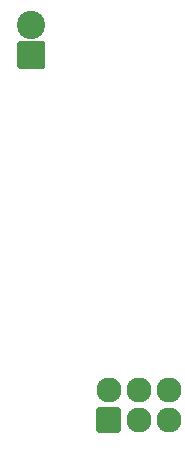
<source format=gbr>
G04 #@! TF.GenerationSoftware,KiCad,Pcbnew,(5.1.10)-1*
G04 #@! TF.CreationDate,2021-08-30T20:12:07-05:00*
G04 #@! TF.ProjectId,Bsides-KC-2021-RF-Village-SAO-SVG2Shenzen v1_00 (Paths),42736964-6573-42d4-9b43-2d323032312d,rev?*
G04 #@! TF.SameCoordinates,Original*
G04 #@! TF.FileFunction,Soldermask,Bot*
G04 #@! TF.FilePolarity,Negative*
%FSLAX46Y46*%
G04 Gerber Fmt 4.6, Leading zero omitted, Abs format (unit mm)*
G04 Created by KiCad (PCBNEW (5.1.10)-1) date 2021-08-30 20:12:07*
%MOMM*%
%LPD*%
G01*
G04 APERTURE LIST*
%ADD10C,2.127200*%
%ADD11O,2.127200X2.127200*%
%ADD12C,2.400000*%
G04 APERTURE END LIST*
D10*
G04 #@! TO.C,X1*
X159180200Y-112098400D03*
X159180200Y-114638400D03*
D11*
X156640200Y-112098400D03*
X156640200Y-114638400D03*
X154100200Y-112098400D03*
G36*
G01*
X153236600Y-113574800D02*
X154963800Y-113574800D01*
G75*
G02*
X155163800Y-113774800I0J-200000D01*
G01*
X155163800Y-115502000D01*
G75*
G02*
X154963800Y-115702000I-200000J0D01*
G01*
X153236600Y-115702000D01*
G75*
G02*
X153036600Y-115502000I0J200000D01*
G01*
X153036600Y-113774800D01*
G75*
G02*
X153236600Y-113574800I200000J0D01*
G01*
G37*
G04 #@! TD*
G04 #@! TO.C,D1*
G36*
G01*
X148550000Y-84940000D02*
X146550000Y-84940000D01*
G75*
G02*
X146350000Y-84740000I0J200000D01*
G01*
X146350000Y-82740000D01*
G75*
G02*
X146550000Y-82540000I200000J0D01*
G01*
X148550000Y-82540000D01*
G75*
G02*
X148750000Y-82740000I0J-200000D01*
G01*
X148750000Y-84740000D01*
G75*
G02*
X148550000Y-84940000I-200000J0D01*
G01*
G37*
D12*
X147550000Y-81200000D03*
G04 #@! TD*
M02*

</source>
